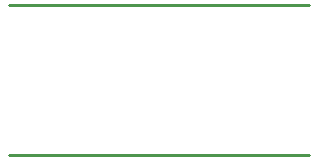
<source format=gbr>
G04 #@! TF.FileFunction,Copper,L1,Top,Signal*
%FSLAX46Y46*%
G04 Gerber Fmt 4.6, Leading zero omitted, Abs format (unit mm)*
G04 Created by KiCad (PCBNEW 4.0.7) date 10/14/18 23:36:20*
%MOMM*%
%LPD*%
G01*
G04 APERTURE LIST*
%ADD10C,0.100000*%
%ADD11C,0.250000*%
G04 APERTURE END LIST*
D10*
D11*
X139700000Y-101600000D02*
X165100000Y-101600000D01*
X165100000Y-114300000D02*
X139700000Y-114300000D01*
M02*

</source>
